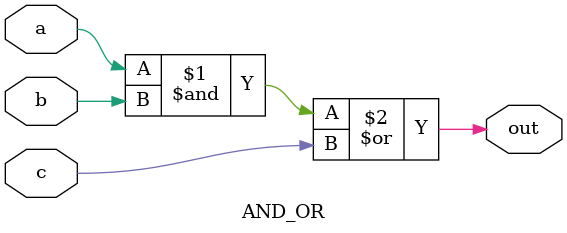
<source format=v>
module AND_OR(a, b, c, out);
	input a, b, c;
	output out;
	assign out = (a & b) | c;
endmodule
</source>
